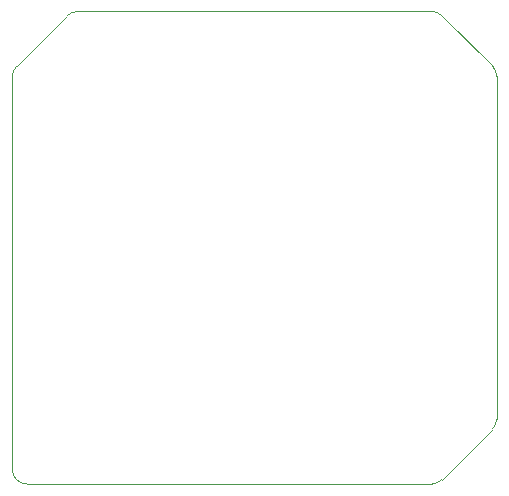
<source format=gbr>
%TF.GenerationSoftware,KiCad,Pcbnew,9.0.2*%
%TF.CreationDate,2025-07-15T12:28:35-04:00*%
%TF.ProjectId,GPSWatch,47505357-6174-4636-982e-6b696361645f,rev?*%
%TF.SameCoordinates,Original*%
%TF.FileFunction,Profile,NP*%
%FSLAX46Y46*%
G04 Gerber Fmt 4.6, Leading zero omitted, Abs format (unit mm)*
G04 Created by KiCad (PCBNEW 9.0.2) date 2025-07-15 12:28:35*
%MOMM*%
%LPD*%
G01*
G04 APERTURE LIST*
%TA.AperFunction,Profile*%
%ADD10C,0.050000*%
%TD*%
G04 APERTURE END LIST*
D10*
X107650000Y-143300000D02*
X141950000Y-143300000D01*
X106450000Y-108800000D02*
X106450000Y-142100000D01*
X111101472Y-103651474D02*
X106800000Y-107950000D01*
X141950000Y-103300000D02*
X111950000Y-103300001D01*
X147098526Y-107951472D02*
X142798528Y-103651472D01*
X147450000Y-137800000D02*
X147450000Y-108800000D01*
X142798526Y-142948528D02*
X147098528Y-138648528D01*
X107650000Y-143300000D02*
G75*
G02*
X106450000Y-142100000I0J1200000D01*
G01*
X142798528Y-142948528D02*
G75*
G02*
X141950000Y-143300000I-848528J848528D01*
G01*
X147450000Y-137800000D02*
G75*
G02*
X147098528Y-138648528I-1200000J0D01*
G01*
X147098528Y-107951472D02*
G75*
G02*
X147450000Y-108800000I-848528J-848528D01*
G01*
X141950000Y-103300000D02*
G75*
G02*
X142798528Y-103651472I0J-1200000D01*
G01*
X111101472Y-103651472D02*
G75*
G02*
X111950000Y-103300000I848528J-848528D01*
G01*
X106450000Y-108800000D02*
G75*
G02*
X106801472Y-107951472I1200000J0D01*
G01*
M02*

</source>
